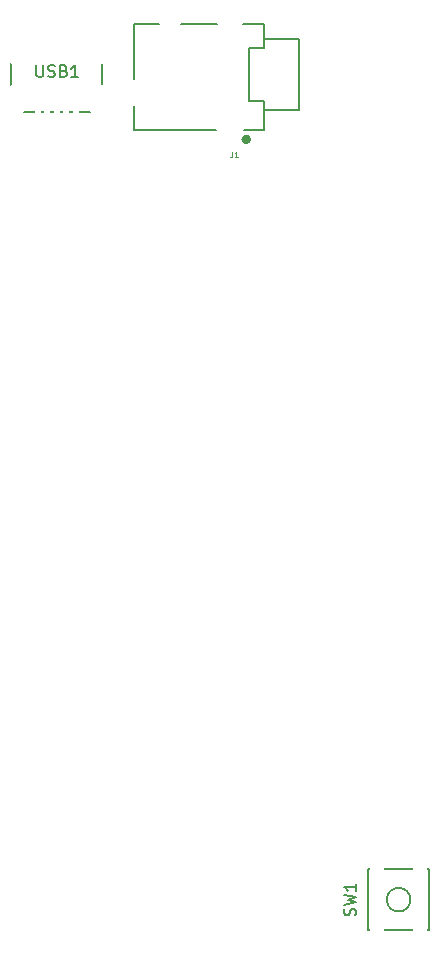
<source format=gto>
G04 #@! TF.GenerationSoftware,KiCad,Pcbnew,(5.1.4)-1*
G04 #@! TF.CreationDate,2022-01-24T16:56:49-05:00*
G04 #@! TF.ProjectId,a44key-pcb-left-hand,6134346b-6579-42d7-9063-622d6c656674,rev?*
G04 #@! TF.SameCoordinates,Original*
G04 #@! TF.FileFunction,Legend,Top*
G04 #@! TF.FilePolarity,Positive*
%FSLAX46Y46*%
G04 Gerber Fmt 4.6, Leading zero omitted, Abs format (unit mm)*
G04 Created by KiCad (PCBNEW (5.1.4)-1) date 2022-01-24 16:56:49*
%MOMM*%
%LPD*%
G04 APERTURE LIST*
%ADD10C,0.150000*%
%ADD11C,0.400000*%
%ADD12C,0.127000*%
%ADD13C,0.120150*%
%ADD14R,1.202000X1.902000*%
%ADD15C,1.402000*%
%ADD16O,0.602000X4.202000*%
%ADD17O,5.202000X0.602000*%
%ADD18O,5.202000X1.602000*%
%ADD19C,2.352000*%
%ADD20C,2.352000*%
%ADD21O,2.277000X1.852000*%
%ADD22C,4.089800*%
%ADD23C,2.102000*%
%ADD24C,1.852000*%
%ADD25C,1.852000*%
%ADD26C,1.602000*%
%ADD27C,1.602000*%
%ADD28C,0.602000*%
%ADD29C,0.602000*%
%ADD30C,1.802000*%
%ADD31C,0.100000*%
%ADD32C,1.802000*%
%ADD33R,0.602000X2.352000*%
%ADD34O,1.802000X2.802000*%
%ADD35C,1.202000*%
%ADD36C,1.752000*%
%ADD37R,1.752000X1.752000*%
G04 APERTURE END LIST*
D10*
X188778000Y-118618000D02*
G75*
G03X188778000Y-118618000I-1000000J0D01*
G01*
X185178000Y-116018000D02*
X190378000Y-116018000D01*
X185178000Y-121218000D02*
X185178000Y-116018000D01*
X190378000Y-121218000D02*
X185178000Y-121218000D01*
X190378000Y-116018000D02*
X190378000Y-121218000D01*
X162694000Y-51932000D02*
X154994000Y-51932000D01*
X154994000Y-46482000D02*
X154994000Y-51932000D01*
X162694000Y-46482000D02*
X162694000Y-51932000D01*
D11*
X175082000Y-54242000D02*
G75*
G03X175082000Y-54242000I-200000J0D01*
G01*
D12*
X169382000Y-44442000D02*
X172432000Y-44442000D01*
X165382000Y-44442000D02*
X167482000Y-44442000D01*
X165382000Y-49092000D02*
X165382000Y-44442000D01*
X165382000Y-53442000D02*
X165382000Y-51442000D01*
X172282000Y-53442000D02*
X165382000Y-53442000D01*
X179382000Y-51742000D02*
X176382000Y-51742000D01*
X179382000Y-45742000D02*
X179382000Y-51742000D01*
X176382000Y-45742000D02*
X179382000Y-45742000D01*
X176382000Y-44442000D02*
X174632000Y-44442000D01*
X176382000Y-45742000D02*
X176382000Y-44442000D01*
X176382000Y-46492000D02*
X176382000Y-45742000D01*
X175082000Y-46492000D02*
X176382000Y-46492000D01*
X175082000Y-50992000D02*
X175082000Y-46492000D01*
X176382000Y-50992000D02*
X175082000Y-50992000D01*
X176382000Y-51742000D02*
X176382000Y-50992000D01*
X176382000Y-53442000D02*
X176382000Y-51742000D01*
X174682000Y-53442000D02*
X176382000Y-53442000D01*
D10*
X184118761Y-119951333D02*
X184166380Y-119808476D01*
X184166380Y-119570380D01*
X184118761Y-119475142D01*
X184071142Y-119427523D01*
X183975904Y-119379904D01*
X183880666Y-119379904D01*
X183785428Y-119427523D01*
X183737809Y-119475142D01*
X183690190Y-119570380D01*
X183642571Y-119760857D01*
X183594952Y-119856095D01*
X183547333Y-119903714D01*
X183452095Y-119951333D01*
X183356857Y-119951333D01*
X183261619Y-119903714D01*
X183214000Y-119856095D01*
X183166380Y-119760857D01*
X183166380Y-119522761D01*
X183214000Y-119379904D01*
X183166380Y-119046571D02*
X184166380Y-118808476D01*
X183452095Y-118618000D01*
X184166380Y-118427523D01*
X183166380Y-118189428D01*
X184166380Y-117284666D02*
X184166380Y-117856095D01*
X184166380Y-117570380D02*
X183166380Y-117570380D01*
X183309238Y-117665619D01*
X183404476Y-117760857D01*
X183452095Y-117856095D01*
X157105904Y-47966380D02*
X157105904Y-48775904D01*
X157153523Y-48871142D01*
X157201142Y-48918761D01*
X157296380Y-48966380D01*
X157486857Y-48966380D01*
X157582095Y-48918761D01*
X157629714Y-48871142D01*
X157677333Y-48775904D01*
X157677333Y-47966380D01*
X158105904Y-48918761D02*
X158248761Y-48966380D01*
X158486857Y-48966380D01*
X158582095Y-48918761D01*
X158629714Y-48871142D01*
X158677333Y-48775904D01*
X158677333Y-48680666D01*
X158629714Y-48585428D01*
X158582095Y-48537809D01*
X158486857Y-48490190D01*
X158296380Y-48442571D01*
X158201142Y-48394952D01*
X158153523Y-48347333D01*
X158105904Y-48252095D01*
X158105904Y-48156857D01*
X158153523Y-48061619D01*
X158201142Y-48014000D01*
X158296380Y-47966380D01*
X158534476Y-47966380D01*
X158677333Y-48014000D01*
X159439238Y-48442571D02*
X159582095Y-48490190D01*
X159629714Y-48537809D01*
X159677333Y-48633047D01*
X159677333Y-48775904D01*
X159629714Y-48871142D01*
X159582095Y-48918761D01*
X159486857Y-48966380D01*
X159105904Y-48966380D01*
X159105904Y-47966380D01*
X159439238Y-47966380D01*
X159534476Y-48014000D01*
X159582095Y-48061619D01*
X159629714Y-48156857D01*
X159629714Y-48252095D01*
X159582095Y-48347333D01*
X159534476Y-48394952D01*
X159439238Y-48442571D01*
X159105904Y-48442571D01*
X160629714Y-48966380D02*
X160058285Y-48966380D01*
X160344000Y-48966380D02*
X160344000Y-47966380D01*
X160248761Y-48109238D01*
X160153523Y-48204476D01*
X160058285Y-48252095D01*
D13*
X173701503Y-55292085D02*
X173701503Y-55635369D01*
X173678618Y-55704026D01*
X173632846Y-55749797D01*
X173564189Y-55772683D01*
X173518418Y-55772683D01*
X174182101Y-55772683D02*
X173907474Y-55772683D01*
X174044787Y-55772683D02*
X174044787Y-55292085D01*
X173999016Y-55360742D01*
X173953245Y-55406513D01*
X173907474Y-55429399D01*
D10*
%LPC*%
D14*
X185928000Y-121718000D03*
X189628000Y-115518000D03*
X189628000Y-121718000D03*
X185928000Y-115518000D03*
D15*
X178244500Y-66357500D03*
D16*
X179358500Y-65230500D03*
X183563500Y-65229660D03*
X183958500Y-65230500D03*
D17*
X181658500Y-67030500D03*
X181658500Y-63430500D03*
D16*
X179758500Y-65230500D03*
D18*
X181658500Y-66130500D03*
D19*
X178523500Y-61050500D03*
D20*
X177868505Y-61780504D02*
X179178495Y-60320496D01*
D19*
X184198500Y-59475500D03*
D20*
X184178729Y-59765516D02*
X184218271Y-59185484D01*
D21*
X186948500Y-64325500D03*
X176398500Y-64325500D03*
D22*
X181673500Y-64325500D03*
D23*
X186673500Y-60525501D03*
X181673500Y-58425500D03*
D15*
X178244500Y-85407500D03*
D16*
X179358500Y-84280500D03*
X183563500Y-84279660D03*
X183958500Y-84280500D03*
D17*
X181658500Y-86080500D03*
X181658500Y-82480500D03*
D16*
X179758500Y-84280500D03*
D18*
X181658500Y-85180500D03*
D19*
X178523500Y-80100500D03*
D20*
X177868505Y-80830504D02*
X179178495Y-79370496D01*
D19*
X184198500Y-78525500D03*
D20*
X184178729Y-78815516D02*
X184218271Y-78235484D01*
D21*
X186948500Y-83375500D03*
X176398500Y-83375500D03*
D22*
X181673500Y-83375500D03*
D23*
X186673500Y-79575501D03*
X181673500Y-77475500D03*
D15*
X159194500Y-90170000D03*
D16*
X160308500Y-89043000D03*
X164513500Y-89042160D03*
X164908500Y-89043000D03*
D17*
X162608500Y-90843000D03*
X162608500Y-87243000D03*
D16*
X160708500Y-89043000D03*
D18*
X162608500Y-89943000D03*
D19*
X159473500Y-84863000D03*
D20*
X158818505Y-85593004D02*
X160128495Y-84132996D01*
D19*
X165148500Y-83288000D03*
D20*
X165128729Y-83578016D02*
X165168271Y-82997984D01*
D21*
X167898500Y-88138000D03*
X157348500Y-88138000D03*
D22*
X162623500Y-88138000D03*
D23*
X167623500Y-84338001D03*
X162623500Y-82238000D03*
D15*
X82994500Y-104457500D03*
D16*
X84108500Y-103330500D03*
X88313500Y-103329660D03*
X88708500Y-103330500D03*
D17*
X86408500Y-105130500D03*
X86408500Y-101530500D03*
D16*
X84508500Y-103330500D03*
D18*
X86408500Y-104230500D03*
D19*
X83273500Y-99150500D03*
D20*
X82618505Y-99880504D02*
X83928495Y-98420496D01*
D19*
X88948500Y-97575500D03*
D20*
X88928729Y-97865516D02*
X88968271Y-97285484D01*
D21*
X91698500Y-102425500D03*
X81148500Y-102425500D03*
D22*
X86423500Y-102425500D03*
D23*
X91423500Y-98625501D03*
X86423500Y-96525500D03*
D15*
X82994500Y-85407500D03*
D16*
X84108500Y-84280500D03*
X88313500Y-84279660D03*
X88708500Y-84280500D03*
D17*
X86408500Y-86080500D03*
X86408500Y-82480500D03*
D16*
X84508500Y-84280500D03*
D18*
X86408500Y-85180500D03*
D19*
X83273500Y-80100500D03*
D20*
X82618505Y-80830504D02*
X83928495Y-79370496D01*
D19*
X88948500Y-78525500D03*
D20*
X88928729Y-78815516D02*
X88968271Y-78235484D01*
D21*
X91698500Y-83375500D03*
X81148500Y-83375500D03*
D22*
X86423500Y-83375500D03*
D23*
X91423500Y-79575501D03*
X86423500Y-77475500D03*
X160778968Y-134954340D03*
X156492859Y-131631800D03*
D22*
X162306000Y-129255378D03*
D24*
X167401259Y-130620648D03*
D25*
X167606518Y-130675647D02*
X167196000Y-130565649D01*
D24*
X157210741Y-127890108D03*
D25*
X157416000Y-127945107D02*
X157005482Y-127835109D01*
D19*
X158611765Y-133286600D03*
D20*
X158705924Y-133011583D02*
X158517606Y-133561617D01*
D19*
X164501034Y-133234065D03*
D20*
X165322650Y-132698460D02*
X163679418Y-133769670D01*
D26*
X162787657Y-127515764D03*
D27*
X164526323Y-127981638D02*
X161048991Y-127049890D01*
D28*
X164389979Y-128876854D03*
D29*
X163924105Y-130615520D02*
X164855853Y-127138188D01*
D28*
X162088846Y-130123764D03*
D29*
X164310475Y-130719048D02*
X159867217Y-129528480D01*
D28*
X163020594Y-126646431D03*
D29*
X165242223Y-127241715D02*
X160798965Y-126051147D01*
D28*
X160333091Y-127789814D03*
D29*
X159867217Y-129528480D02*
X160798965Y-126051148D01*
D28*
X160714414Y-127892859D03*
D29*
X160248540Y-129631525D02*
X161180288Y-126154193D01*
D28*
X164776350Y-128980381D03*
D29*
X164310476Y-130719047D02*
X165242224Y-127241715D01*
D15*
X166144080Y-128180107D03*
D30*
X189992000Y-133350000D03*
D31*
G36*
X191095495Y-132712897D02*
G01*
X190629103Y-134453495D01*
X188888505Y-133987103D01*
X189354897Y-132246505D01*
X191095495Y-132712897D01*
X191095495Y-132712897D01*
G37*
D30*
X189334600Y-135803452D03*
D32*
X189334600Y-135803452D02*
X189334600Y-135803452D01*
D30*
X188677199Y-138256903D03*
D32*
X188677199Y-138256903D02*
X188677199Y-138256903D01*
D30*
X188019799Y-140710355D03*
D32*
X188019799Y-140710355D02*
X188019799Y-140710355D01*
D30*
X155194000Y-123952000D03*
D31*
G36*
X156297495Y-123314897D02*
G01*
X155831103Y-125055495D01*
X154090505Y-124589103D01*
X154556897Y-122848505D01*
X156297495Y-123314897D01*
X156297495Y-123314897D01*
G37*
D30*
X154536600Y-126405452D03*
D32*
X154536600Y-126405452D02*
X154536600Y-126405452D01*
D30*
X153879199Y-128858903D03*
D32*
X153879199Y-128858903D02*
X153879199Y-128858903D01*
D30*
X153221799Y-131312355D03*
D32*
X153221799Y-131312355D02*
X153221799Y-131312355D01*
D30*
X166121645Y-138743799D03*
D31*
G36*
X165484542Y-137640304D02*
G01*
X167225140Y-138106696D01*
X166758748Y-139847294D01*
X165018150Y-139380902D01*
X165484542Y-137640304D01*
X165484542Y-137640304D01*
G37*
D30*
X168575097Y-139401199D03*
D32*
X168575097Y-139401199D02*
X168575097Y-139401199D01*
D30*
X171028548Y-140058600D03*
D32*
X171028548Y-140058600D02*
X171028548Y-140058600D01*
D30*
X173482000Y-140716000D03*
D32*
X173482000Y-140716000D02*
X173482000Y-140716000D01*
D33*
X157244000Y-50982000D03*
X158044000Y-50982000D03*
X158844000Y-50982000D03*
X159644000Y-50982000D03*
X160444000Y-50982000D03*
D34*
X162494000Y-50982000D03*
X155194000Y-50982000D03*
X155194000Y-46482000D03*
X162494000Y-46482000D03*
D15*
X178241479Y-104491723D03*
D16*
X179355479Y-103364723D03*
X183560479Y-103363883D03*
X183955479Y-103364723D03*
D17*
X181655479Y-105164723D03*
X181655479Y-101564723D03*
D16*
X179755479Y-103364723D03*
D18*
X181655479Y-104264723D03*
D19*
X178520479Y-99184723D03*
D20*
X177865484Y-99914727D02*
X179175474Y-98454719D01*
D19*
X184195479Y-97609723D03*
D20*
X184175708Y-97899739D02*
X184215250Y-97319707D01*
D21*
X186945479Y-102459723D03*
X176395479Y-102459723D03*
D22*
X181670479Y-102459723D03*
D23*
X186670479Y-98659724D03*
X181670479Y-96559723D03*
D35*
X168482000Y-48742000D03*
X173482000Y-48742000D03*
D36*
X173482000Y-44242000D03*
X165382000Y-50342000D03*
X168482000Y-45142000D03*
D37*
X173482000Y-53542000D03*
D15*
X140144500Y-58420000D03*
D16*
X141258500Y-57293000D03*
X145463500Y-57292160D03*
X145858500Y-57293000D03*
D17*
X143558500Y-59093000D03*
X143558500Y-55493000D03*
D16*
X141658500Y-57293000D03*
D18*
X143558500Y-58193000D03*
D19*
X140423500Y-53113000D03*
D20*
X139768505Y-53843004D02*
X141078495Y-52382996D01*
D19*
X146098500Y-51538000D03*
D20*
X146078729Y-51828016D02*
X146118271Y-51247984D01*
D21*
X148848500Y-56388000D03*
X138298500Y-56388000D03*
D22*
X143573500Y-56388000D03*
D23*
X148573500Y-52588001D03*
X143573500Y-50488000D03*
X179613760Y-140034004D03*
X175327651Y-136711464D03*
D22*
X181140792Y-134335042D03*
D24*
X186236051Y-135700312D03*
D25*
X186441310Y-135755311D02*
X186030792Y-135645313D01*
D24*
X176045533Y-132969772D03*
D25*
X176250792Y-133024771D02*
X175840274Y-132914773D01*
D19*
X177446557Y-138366264D03*
D20*
X177540716Y-138091247D02*
X177352398Y-138641281D01*
D19*
X183335826Y-138313729D03*
D20*
X184157442Y-137778124D02*
X182514210Y-138849334D01*
D26*
X181622449Y-132595428D03*
D27*
X183361115Y-133061302D02*
X179883783Y-132129554D01*
D28*
X183224771Y-133956518D03*
D29*
X182758897Y-135695184D02*
X183690645Y-132217852D01*
D28*
X180923638Y-135203428D03*
D29*
X183145267Y-135798712D02*
X178702009Y-134608144D01*
D28*
X181855386Y-131726095D03*
D29*
X184077015Y-132321379D02*
X179633757Y-131130811D01*
D28*
X179167883Y-132869478D03*
D29*
X178702009Y-134608144D02*
X179633757Y-131130812D01*
D28*
X179549206Y-132972523D03*
D29*
X179083332Y-134711189D02*
X180015080Y-131233857D01*
D28*
X183611142Y-134060045D03*
D29*
X183145268Y-135798711D02*
X184077016Y-132321379D01*
D15*
X184978872Y-133259771D03*
X82994500Y-66357500D03*
D16*
X84108500Y-65230500D03*
X88313500Y-65229660D03*
X88708500Y-65230500D03*
D17*
X86408500Y-67030500D03*
X86408500Y-63430500D03*
D16*
X84508500Y-65230500D03*
D18*
X86408500Y-66130500D03*
D19*
X83273500Y-61050500D03*
D20*
X82618505Y-61780504D02*
X83928495Y-60320496D01*
D19*
X88948500Y-59475500D03*
D20*
X88928729Y-59765516D02*
X88968271Y-59185484D01*
D21*
X91698500Y-64325500D03*
X81148500Y-64325500D03*
D22*
X86423500Y-64325500D03*
D23*
X91423500Y-60525501D03*
X86423500Y-58425500D03*
D15*
X102044500Y-107632500D03*
D16*
X103158500Y-106505500D03*
X107363500Y-106504660D03*
X107758500Y-106505500D03*
D17*
X105458500Y-108305500D03*
X105458500Y-104705500D03*
D16*
X103558500Y-106505500D03*
D18*
X105458500Y-107405500D03*
D19*
X102323500Y-102325500D03*
D20*
X101668505Y-103055504D02*
X102978495Y-101595496D01*
D19*
X107998500Y-100750500D03*
D20*
X107978729Y-101040516D02*
X108018271Y-100460484D01*
D21*
X110748500Y-105600500D03*
X100198500Y-105600500D03*
D22*
X105473500Y-105600500D03*
D23*
X110473500Y-101800501D03*
X105473500Y-99700500D03*
D15*
X102044500Y-88582500D03*
D16*
X103158500Y-87455500D03*
X107363500Y-87454660D03*
X107758500Y-87455500D03*
D17*
X105458500Y-89255500D03*
X105458500Y-85655500D03*
D16*
X103558500Y-87455500D03*
D18*
X105458500Y-88355500D03*
D19*
X102323500Y-83275500D03*
D20*
X101668505Y-84005504D02*
X102978495Y-82545496D01*
D19*
X107998500Y-81700500D03*
D20*
X107978729Y-81990516D02*
X108018271Y-81410484D01*
D21*
X110748500Y-86550500D03*
X100198500Y-86550500D03*
D22*
X105473500Y-86550500D03*
D23*
X110473500Y-82750501D03*
X105473500Y-80650500D03*
D15*
X102044500Y-69532500D03*
D16*
X103158500Y-68405500D03*
X107363500Y-68404660D03*
X107758500Y-68405500D03*
D17*
X105458500Y-70205500D03*
X105458500Y-66605500D03*
D16*
X103558500Y-68405500D03*
D18*
X105458500Y-69305500D03*
D19*
X102323500Y-64225500D03*
D20*
X101668505Y-64955504D02*
X102978495Y-63495496D01*
D19*
X107998500Y-62650500D03*
D20*
X107978729Y-62940516D02*
X108018271Y-62360484D01*
D21*
X110748500Y-67500500D03*
X100198500Y-67500500D03*
D22*
X105473500Y-67500500D03*
D23*
X110473500Y-63700501D03*
X105473500Y-61600500D03*
D15*
X121094500Y-120332500D03*
D16*
X122208500Y-119205500D03*
X126413500Y-119204660D03*
X126808500Y-119205500D03*
D17*
X124508500Y-121005500D03*
X124508500Y-117405500D03*
D16*
X122608500Y-119205500D03*
D18*
X124508500Y-120105500D03*
D19*
X121373500Y-115025500D03*
D20*
X120718505Y-115755504D02*
X122028495Y-114295496D01*
D19*
X127048500Y-113450500D03*
D20*
X127028729Y-113740516D02*
X127068271Y-113160484D01*
D21*
X129798500Y-118300500D03*
X119248500Y-118300500D03*
D22*
X124523500Y-118300500D03*
D23*
X129523500Y-114500501D03*
X124523500Y-112400500D03*
D15*
X121094500Y-101282500D03*
D16*
X122208500Y-100155500D03*
X126413500Y-100154660D03*
X126808500Y-100155500D03*
D17*
X124508500Y-101955500D03*
X124508500Y-98355500D03*
D16*
X122608500Y-100155500D03*
D18*
X124508500Y-101055500D03*
D19*
X121373500Y-95975500D03*
D20*
X120718505Y-96705504D02*
X122028495Y-95245496D01*
D19*
X127048500Y-94400500D03*
D20*
X127028729Y-94690516D02*
X127068271Y-94110484D01*
D21*
X129798500Y-99250500D03*
X119248500Y-99250500D03*
D22*
X124523500Y-99250500D03*
D23*
X129523500Y-95450501D03*
X124523500Y-93350500D03*
D15*
X121094500Y-82232500D03*
D16*
X122208500Y-81105500D03*
X126413500Y-81104660D03*
X126808500Y-81105500D03*
D17*
X124508500Y-82905500D03*
X124508500Y-79305500D03*
D16*
X122608500Y-81105500D03*
D18*
X124508500Y-82005500D03*
D19*
X121373500Y-76925500D03*
D20*
X120718505Y-77655504D02*
X122028495Y-76195496D01*
D19*
X127048500Y-75350500D03*
D20*
X127028729Y-75640516D02*
X127068271Y-75060484D01*
D21*
X129798500Y-80200500D03*
X119248500Y-80200500D03*
D22*
X124523500Y-80200500D03*
D23*
X129523500Y-76400501D03*
X124523500Y-74300500D03*
D15*
X121094500Y-63182500D03*
D16*
X122208500Y-62055500D03*
X126413500Y-62054660D03*
X126808500Y-62055500D03*
D17*
X124508500Y-63855500D03*
X124508500Y-60255500D03*
D16*
X122608500Y-62055500D03*
D18*
X124508500Y-62955500D03*
D19*
X121373500Y-57875500D03*
D20*
X120718505Y-58605504D02*
X122028495Y-57145496D01*
D19*
X127048500Y-56300500D03*
D20*
X127028729Y-56590516D02*
X127068271Y-56010484D01*
D21*
X129798500Y-61150500D03*
X119248500Y-61150500D03*
D22*
X124523500Y-61150500D03*
D23*
X129523500Y-57350501D03*
X124523500Y-55250500D03*
D15*
X140144500Y-115570000D03*
D16*
X141258500Y-114443000D03*
X145463500Y-114442160D03*
X145858500Y-114443000D03*
D17*
X143558500Y-116243000D03*
X143558500Y-112643000D03*
D16*
X141658500Y-114443000D03*
D18*
X143558500Y-115343000D03*
D19*
X140423500Y-110263000D03*
D20*
X139768505Y-110993004D02*
X141078495Y-109532996D01*
D19*
X146098500Y-108688000D03*
D20*
X146078729Y-108978016D02*
X146118271Y-108397984D01*
D21*
X148848500Y-113538000D03*
X138298500Y-113538000D03*
D22*
X143573500Y-113538000D03*
D23*
X148573500Y-109738001D03*
X143573500Y-107638000D03*
D15*
X140144500Y-96520000D03*
D16*
X141258500Y-95393000D03*
X145463500Y-95392160D03*
X145858500Y-95393000D03*
D17*
X143558500Y-97193000D03*
X143558500Y-93593000D03*
D16*
X141658500Y-95393000D03*
D18*
X143558500Y-96293000D03*
D19*
X140423500Y-91213000D03*
D20*
X139768505Y-91943004D02*
X141078495Y-90482996D01*
D19*
X146098500Y-89638000D03*
D20*
X146078729Y-89928016D02*
X146118271Y-89347984D01*
D21*
X148848500Y-94488000D03*
X138298500Y-94488000D03*
D22*
X143573500Y-94488000D03*
D23*
X148573500Y-90688001D03*
X143573500Y-88588000D03*
D15*
X140144500Y-77470000D03*
D16*
X141258500Y-76343000D03*
X145463500Y-76342160D03*
X145858500Y-76343000D03*
D17*
X143558500Y-78143000D03*
X143558500Y-74543000D03*
D16*
X141658500Y-76343000D03*
D18*
X143558500Y-77243000D03*
D19*
X140423500Y-72163000D03*
D20*
X139768505Y-72893004D02*
X141078495Y-71432996D01*
D19*
X146098500Y-70588000D03*
D20*
X146078729Y-70878016D02*
X146118271Y-70297984D01*
D21*
X148848500Y-75438000D03*
X138298500Y-75438000D03*
D22*
X143573500Y-75438000D03*
D23*
X148573500Y-71638001D03*
X143573500Y-69538000D03*
D15*
X159194500Y-109220000D03*
D16*
X160308500Y-108093000D03*
X164513500Y-108092160D03*
X164908500Y-108093000D03*
D17*
X162608500Y-109893000D03*
X162608500Y-106293000D03*
D16*
X160708500Y-108093000D03*
D18*
X162608500Y-108993000D03*
D19*
X159473500Y-103913000D03*
D20*
X158818505Y-104643004D02*
X160128495Y-103182996D01*
D19*
X165148500Y-102338000D03*
D20*
X165128729Y-102628016D02*
X165168271Y-102047984D01*
D21*
X167898500Y-107188000D03*
X157348500Y-107188000D03*
D22*
X162623500Y-107188000D03*
D23*
X167623500Y-103388001D03*
X162623500Y-101288000D03*
D15*
X159194500Y-71120000D03*
D16*
X160308500Y-69993000D03*
X164513500Y-69992160D03*
X164908500Y-69993000D03*
D17*
X162608500Y-71793000D03*
X162608500Y-68193000D03*
D16*
X160708500Y-69993000D03*
D18*
X162608500Y-70893000D03*
D19*
X159473500Y-65813000D03*
D20*
X158818505Y-66543004D02*
X160128495Y-65082996D01*
D19*
X165148500Y-64238000D03*
D20*
X165128729Y-64528016D02*
X165168271Y-63947984D01*
D21*
X167898500Y-69088000D03*
X157348500Y-69088000D03*
D22*
X162623500Y-69088000D03*
D23*
X167623500Y-65288001D03*
X162623500Y-63188000D03*
M02*

</source>
